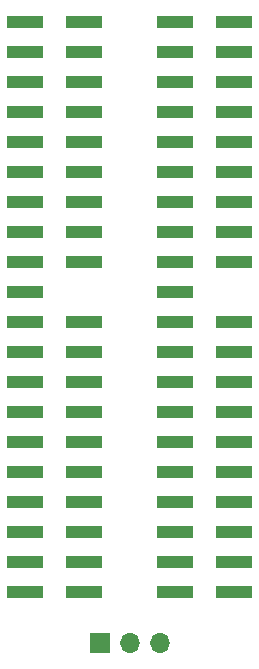
<source format=gbr>
%TF.GenerationSoftware,KiCad,Pcbnew,(6.0.4-0)*%
%TF.CreationDate,2022-11-07T18:10:51-07:00*%
%TF.ProjectId,ide_cable_select_switch,6964655f-6361-4626-9c65-5f73656c6563,rev?*%
%TF.SameCoordinates,Original*%
%TF.FileFunction,Soldermask,Top*%
%TF.FilePolarity,Negative*%
%FSLAX46Y46*%
G04 Gerber Fmt 4.6, Leading zero omitted, Abs format (unit mm)*
G04 Created by KiCad (PCBNEW (6.0.4-0)) date 2022-11-07 18:10:51*
%MOMM*%
%LPD*%
G01*
G04 APERTURE LIST*
%ADD10R,1.700000X1.700000*%
%ADD11O,1.700000X1.700000*%
%ADD12R,3.150000X1.000000*%
G04 APERTURE END LIST*
D10*
%TO.C,SW1*%
X152400000Y-113030000D03*
D11*
X154940000Y-113030000D03*
X157480000Y-113030000D03*
%TD*%
D12*
%TO.C,J2*%
X146065000Y-60452000D03*
X151115000Y-60452000D03*
X146065000Y-62992000D03*
X151115000Y-62992000D03*
X146065000Y-65532000D03*
X151115000Y-65532000D03*
X146065000Y-68072000D03*
X151115000Y-68072000D03*
X146065000Y-70612000D03*
X151115000Y-70612000D03*
X146065000Y-73152000D03*
X151115000Y-73152000D03*
X146065000Y-75692000D03*
X151115000Y-75692000D03*
X146065000Y-78232000D03*
X151115000Y-78232000D03*
X146065000Y-80772000D03*
X151115000Y-80772000D03*
X146065000Y-83312000D03*
X146065000Y-85852000D03*
X151115000Y-85852000D03*
X146065000Y-88392000D03*
X151115000Y-88392000D03*
X146065000Y-90932000D03*
X151115000Y-90932000D03*
X146065000Y-93472000D03*
X151115000Y-93472000D03*
X146065000Y-96012000D03*
X151115000Y-96012000D03*
X146065000Y-98552000D03*
X151115000Y-98552000D03*
X146065000Y-101092000D03*
X151115000Y-101092000D03*
X146065000Y-103632000D03*
X151115000Y-103632000D03*
X146065000Y-106172000D03*
X151115000Y-106172000D03*
X146065000Y-108712000D03*
X151115000Y-108712000D03*
%TD*%
%TO.C,J3*%
X158765000Y-60452000D03*
X163815000Y-60452000D03*
X158765000Y-62992000D03*
X163815000Y-62992000D03*
X158765000Y-65532000D03*
X163815000Y-65532000D03*
X158765000Y-68072000D03*
X163815000Y-68072000D03*
X158765000Y-70612000D03*
X163815000Y-70612000D03*
X158765000Y-73152000D03*
X163815000Y-73152000D03*
X158765000Y-75692000D03*
X163815000Y-75692000D03*
X158765000Y-78232000D03*
X163815000Y-78232000D03*
X158765000Y-80772000D03*
X163815000Y-80772000D03*
X158765000Y-83312000D03*
X158765000Y-85852000D03*
X163815000Y-85852000D03*
X158765000Y-88392000D03*
X163815000Y-88392000D03*
X158765000Y-90932000D03*
X163815000Y-90932000D03*
X158765000Y-93472000D03*
X163815000Y-93472000D03*
X158765000Y-96012000D03*
X163815000Y-96012000D03*
X158765000Y-98552000D03*
X163815000Y-98552000D03*
X158765000Y-101092000D03*
X163815000Y-101092000D03*
X158765000Y-103632000D03*
X163815000Y-103632000D03*
X158765000Y-106172000D03*
X163815000Y-106172000D03*
X158765000Y-108712000D03*
X163815000Y-108712000D03*
%TD*%
M02*

</source>
